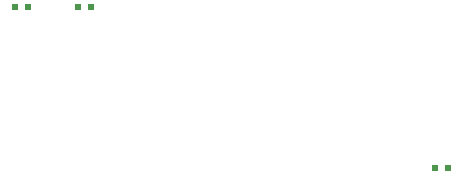
<source format=gbr>
G04 EAGLE Gerber RS-274X export*
G75*
%MOMM*%
%FSLAX34Y34*%
%LPD*%
%INSolderpaste Top*%
%IPPOS*%
%AMOC8*
5,1,8,0,0,1.08239X$1,22.5*%
G01*
%ADD10R,0.609600X0.508000*%


D10*
X314452Y158750D03*
X325628Y158750D03*
X367792Y158750D03*
X378968Y158750D03*
X670052Y22860D03*
X681228Y22860D03*
M02*

</source>
